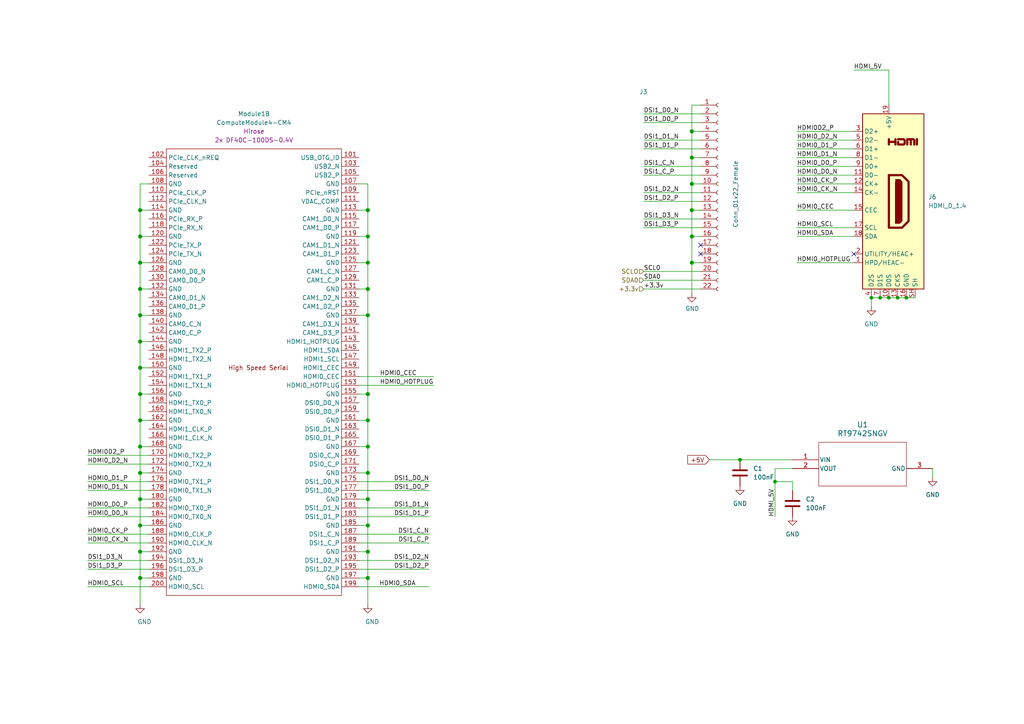
<source format=kicad_sch>
(kicad_sch (version 20230121) (generator eeschema)
  (paper "A4")
  (title_block (title "base") (date "2024-07-13") (rev "v01") (comment 2 "creativecommons.org/licenses/by-sa/4.0") (comment 3 "License: CC BY 4.0") (comment 4 "Author: Lucas Gomes "))
  (lib_symbols
    (symbol "CM4IO:ComputeModule4-CM4"
      (property "Reference" "Module" (at 113.03 -68.58 0))
      (property "Value" "ComputeModule4-CM4" (at 140.97 2.54 0))
      (property "Manufacturer" "Hirose" (at 0 0 0))
      (property "MPN" "2x DF40C-100DS-0.4V" (at 0 -2.54 0))
      (property "MPN (Alt)" "2x DF40HC(3.0)-100DS-0.4V" (at 0 0 0))
      (symbol "ComputeModule4-CM4_1_0"
        (text "GPIO" (at 0 6.35 0) (effects (font (size 1.27 1.27))))
      )
      (symbol "ComputeModule4-CM4_1_1"
        (rectangle (start -30.48 -71.12) (end 25.4 58.42))
        (text "600mA Max" (at -8.89 -53.34 0) (effects (font (size 1.27 1.27))))
        (text "600mA Max" (at -8.89 -48.26 0) (effects (font (size 1.27 1.27))))
        (text "NB SD signals are only available" (at -1.27 -27.94 0) (effects (font (size 1.27 1.27))))
        (text "on modules without eMMC" (at -1.27 -30.48 0) (effects (font (size 1.27 1.27))))
        (pin power_in line (at 27.94 55.88 180) (length 2.54) (name "GND") (number "1"))
        (pin passive line (at -33.02 45.72 0) (length 2.54) (name "Ethernet_Pair0_N") (number "10"))
        (pin output line (at -33.02 -68.58 0) (length 2.54) (name "nEXTRST") (number "100"))
        (pin passive line (at 27.94 43.18 180) (length 2.54) (name "Ethernet_Pair2_P") (number "11"))
        (pin passive line (at -33.02 43.18 0) (length 2.54) (name "Ethernet_Pair0_P") (number "12"))
        (pin power_in line (at 27.94 40.64 180) (length 2.54) (name "GND") (number "13"))
        (pin power_in line (at -33.02 40.64 0) (length 2.54) (name "GND") (number "14"))
        (pin output line (at 27.94 38.1 180) (length 2.54) (name "Ethernet_nLED3(3.3v)") (number "15"))
        (pin input line (at -33.02 38.1 0) (length 2.54) (name "Ethernet_SYNC_IN(1.8v)") (number "16"))
        (pin output line (at 27.94 35.56 180) (length 2.54) (name "Ethernet_nLED2(3.3v)") (number "17"))
        (pin input line (at -33.02 35.56 0) (length 2.54) (name "Ethernet_SYNC_OUT(1.8v)") (number "18"))
        (pin output line (at 27.94 33.02 180) (length 2.54) (name "Ethernet_nLED1(3.3v)") (number "19"))
        (pin power_in line (at -33.02 55.88 0) (length 2.54) (name "GND") (number "2"))
        (pin passive line (at -33.02 33.02 0) (length 2.54) (name "EEPROM_nWP") (number "20"))
        (pin open_collector line (at 27.94 30.48 180) (length 2.54) (name "PI_nLED_Activity") (number "21"))
        (pin power_in line (at -33.02 30.48 0) (length 2.54) (name "GND") (number "22"))
        (pin power_in line (at 27.94 27.94 180) (length 2.54) (name "GND") (number "23"))
        (pin passive line (at -33.02 27.94 0) (length 2.54) (name "GPIO26") (number "24"))
        (pin passive line (at 27.94 25.4 180) (length 2.54) (name "GPIO21") (number "25"))
        (pin passive line (at -33.02 25.4 0) (length 2.54) (name "GPIO19") (number "26"))
        (pin passive line (at 27.94 22.86 180) (length 2.54) (name "GPIO20") (number "27"))
        (pin passive line (at -33.02 22.86 0) (length 2.54) (name "GPIO13") (number "28"))
        (pin passive line (at 27.94 20.32 180) (length 2.54) (name "GPIO16") (number "29"))
        (pin passive line (at 27.94 53.34 180) (length 2.54) (name "Ethernet_Pair3_P") (number "3"))
        (pin passive line (at -33.02 20.32 0) (length 2.54) (name "GPIO6") (number "30"))
        (pin passive line (at 27.94 17.78 180) (length 2.54) (name "GPIO12") (number "31"))
        (pin power_in line (at -33.02 17.78 0) (length 2.54) (name "GND") (number "32"))
        (pin power_in line (at 27.94 15.24 180) (length 2.54) (name "GND") (number "33"))
        (pin passive line (at -33.02 15.24 0) (length 2.54) (name "GPIO5") (number "34"))
        (pin passive line (at 27.94 12.7 180) (length 2.54) (name "ID_SC") (number "35"))
        (pin passive line (at -33.02 12.7 0) (length 2.54) (name "ID_SD") (number "36"))
        (pin passive line (at 27.94 10.16 180) (length 2.54) (name "GPIO7") (number "37"))
        (pin passive line (at -33.02 10.16 0) (length 2.54) (name "GPIO11") (number "38"))
        (pin passive line (at 27.94 7.62 180) (length 2.54) (name "GPIO8") (number "39"))
        (pin passive line (at -33.02 53.34 0) (length 2.54) (name "Ethernet_Pair1_P") (number "4"))
        (pin passive line (at -33.02 7.62 0) (length 2.54) (name "GPIO9") (number "40"))
        (pin passive line (at 27.94 5.08 180) (length 2.54) (name "GPIO25") (number "41"))
        (pin power_in line (at -33.02 5.08 0) (length 2.54) (name "GND") (number "42"))
        (pin power_in line (at 27.94 2.54 180) (length 2.54) (name "GND") (number "43"))
        (pin passive line (at -33.02 2.54 0) (length 2.54) (name "GPIO10") (number "44"))
        (pin passive line (at 27.94 0 180) (length 2.54) (name "GPIO24") (number "45"))
        (pin passive line (at -33.02 0 0) (length 2.54) (name "GPIO22") (number "46"))
        (pin passive line (at 27.94 -2.54 180) (length 2.54) (name "GPIO23") (number "47"))
        (pin passive line (at -33.02 -2.54 0) (length 2.54) (name "GPIO27") (number "48"))
        (pin passive line (at 27.94 -5.08 180) (length 2.54) (name "GPIO18") (number "49"))
        (pin passive line (at 27.94 50.8 180) (length 2.54) (name "Ethernet_Pair3_N") (number "5"))
        (pin passive line (at -33.02 -5.08 0) (length 2.54) (name "GPIO17") (number "50"))
        (pin passive line (at 27.94 -7.62 180) (length 2.54) (name "GPIO15") (number "51"))
        (pin power_in line (at -33.02 -7.62 0) (length 2.54) (name "GND") (number "52"))
        (pin power_in line (at 27.94 -10.16 180) (length 2.54) (name "GND") (number "53"))
        (pin passive line (at -33.02 -10.16 0) (length 2.54) (name "GPIO4") (number "54"))
        (pin passive line (at 27.94 -12.7 180) (length 2.54) (name "GPIO14") (number "55"))
        (pin passive line (at -33.02 -12.7 0) (length 2.54) (name "GPIO3") (number "56"))
        (pin passive line (at 27.94 -15.24 180) (length 2.54) (name "SD_CLK") (number "57"))
        (pin passive line (at -33.02 -15.24 0) (length 2.54) (name "GPIO2") (number "58"))
        (pin power_in line (at 27.94 -17.78 180) (length 2.54) (name "GND") (number "59"))
        (pin passive line (at -33.02 50.8 0) (length 2.54) (name "Ethernet_Pair1_N") (number "6"))
        (pin power_in line (at -33.02 -17.78 0) (length 2.54) (name "GND") (number "60"))
        (pin passive line (at 27.94 -20.32 180) (length 2.54) (name "SD_DAT3") (number "61"))
        (pin passive line (at -33.02 -20.32 0) (length 2.54) (name "SD_CMD") (number "62"))
        (pin passive line (at 27.94 -22.86 180) (length 2.54) (name "SD_DAT0") (number "63"))
        (pin passive line (at -33.02 -22.86 0) (length 2.54) (name "SD_DAT5") (number "64"))
        (pin power_in line (at 27.94 -25.4 180) (length 2.54) (name "GND") (number "65"))
        (pin power_in line (at -33.02 -25.4 0) (length 2.54) (name "GND") (number "66"))
        (pin passive line (at 27.94 -27.94 180) (length 2.54) (name "SD_DAT1") (number "67"))
        (pin passive line (at -33.02 -27.94 0) (length 2.54) (name "SD_DAT4") (number "68"))
        (pin passive line (at 27.94 -30.48 180) (length 2.54) (name "SD_DAT2") (number "69"))
        (pin power_in line (at 27.94 48.26 180) (length 2.54) (name "GND") (number "7"))
        (pin passive line (at -33.02 -30.48 0) (length 2.54) (name "SD_DAT7") (number "70"))
        (pin power_in line (at 27.94 -33.02 180) (length 2.54) (name "GND") (number "71"))
        (pin passive line (at -33.02 -33.02 0) (length 2.54) (name "SD_DAT6") (number "72"))
        (pin input line (at 27.94 -35.56 180) (length 2.54) (name "SD_VDD_Override") (number "73"))
        (pin power_in line (at -33.02 -35.56 0) (length 2.54) (name "GND") (number "74"))
        (pin output line (at 27.94 -38.1 180) (length 2.54) (name "SD_PWR_ON") (number "75"))
        (pin passive line (at -33.02 -38.1 0) (length 2.54) (name "Reserved") (number "76"))
        (pin power_in line (at 27.94 -40.64 180) (length 2.54) (name "+5v_(Input)") (number "77"))
        (pin power_in line (at -33.02 -40.64 0) (length 2.54) (name "GPIO_VREF(1.8v/3.3v_Input)") (number "78"))
        (pin power_in line (at 27.94 -43.18 180) (length 2.54) (name "+5v_(Input)") (number "79"))
        (pin power_in line (at -33.02 48.26 0) (length 2.54) (name "GND") (number "8"))
        (pin passive line (at -33.02 -43.18 0) (length 2.54) (name "SCL0") (number "80"))
        (pin power_in line (at 27.94 -45.72 180) (length 2.54) (name "+5v_(Input)") (number "81"))
        (pin passive line (at -33.02 -45.72 0) (length 2.54) (name "SDA0") (number "82"))
        (pin power_in line (at 27.94 -48.26 180) (length 2.54) (name "+5v_(Input)") (number "83"))
        (pin power_out line (at -33.02 -48.26 0) (length 2.54) (name "+3.3v_(Output)") (number "84"))
        (pin power_in line (at 27.94 -50.8 180) (length 2.54) (name "+5v_(Input)") (number "85"))
        (pin power_out line (at -33.02 -50.8 0) (length 2.54) (name "+3.3v_(Output)") (number "86"))
        (pin power_in line (at 27.94 -53.34 180) (length 2.54) (name "+5v_(Input)") (number "87"))
        (pin power_out line (at -33.02 -53.34 0) (length 2.54) (name "+1.8v_(Output)") (number "88"))
        (pin power_in line (at 27.94 -55.88 180) (length 2.54) (name "WiFi_nDisable") (number "89"))
        (pin passive line (at 27.94 45.72 180) (length 2.54) (name "Ethernet_Pair2_N") (number "9"))
        (pin power_out line (at -33.02 -55.88 0) (length 2.54) (name "+1.8v_(Output)") (number "90"))
        (pin power_in line (at 27.94 -58.42 180) (length 2.54) (name "BT_nDisable") (number "91"))
        (pin passive line (at -33.02 -58.42 0) (length 2.54) (name "RUN_PG") (number "92"))
        (pin input line (at 27.94 -60.96 180) (length 2.54) (name "nRPIBOOT") (number "93"))
        (pin passive line (at -33.02 -60.96 0) (length 2.54) (name "AnalogIP0") (number "94"))
        (pin output line (at 27.94 -63.5 180) (length 2.54) (name "nPI_LED_PWR") (number "95"))
        (pin passive line (at -33.02 -63.5 0) (length 2.54) (name "AnalogIP1") (number "96"))
        (pin passive line (at 27.94 -66.04 180) (length 2.54) (name "Camera_GPIO") (number "97"))
        (pin power_in line (at -33.02 -66.04 0) (length 2.54) (name "GND") (number "98"))
        (pin input line (at 27.94 -68.58 180) (length 2.54) (name "Global_EN") (number "99"))
      )
      (symbol "ComputeModule4-CM4_2_1"
        (rectangle (start 114.3 -66.04) (end 165.1 63.5))
        (text "High Speed Serial" (at 140.97 0 0) (effects (font (size 1.27 1.27))))
        (pin input line (at 170.18 60.96 180) (length 5.08) (name "USB_OTG_ID") (number "101"))
        (pin input line (at 109.22 60.96 0) (length 5.08) (name "PCIe_CLK_nREQ") (number "102"))
        (pin passive line (at 170.18 58.42 180) (length 5.08) (name "USB2_N") (number "103"))
        (pin passive line (at 109.22 58.42 0) (length 5.08) (name "Reserved") (number "104"))
        (pin passive line (at 170.18 55.88 180) (length 5.08) (name "USB2_P") (number "105"))
        (pin passive line (at 109.22 55.88 0) (length 5.08) (name "Reserved") (number "106"))
        (pin power_in line (at 170.18 53.34 180) (length 5.08) (name "GND") (number "107"))
        (pin power_in line (at 109.22 53.34 0) (length 5.08) (name "GND") (number "108"))
        (pin bidirectional line (at 170.18 50.8 180) (length 5.08) (name "PCIe_nRST") (number "109"))
        (pin output line (at 109.22 50.8 0) (length 5.08) (name "PCIe_CLK_P") (number "110"))
        (pin passive line (at 170.18 48.26 180) (length 5.08) (name "VDAC_COMP") (number "111"))
        (pin output line (at 109.22 48.26 0) (length 5.08) (name "PCIe_CLK_N") (number "112"))
        (pin power_in line (at 170.18 45.72 180) (length 5.08) (name "GND") (number "113"))
        (pin power_in line (at 109.22 45.72 0) (length 5.08) (name "GND") (number "114"))
        (pin input line (at 170.18 43.18 180) (length 5.08) (name "CAM1_D0_N") (number "115"))
        (pin input line (at 109.22 43.18 0) (length 5.08) (name "PCIe_RX_P") (number "116"))
        (pin input line (at 170.18 40.64 180) (length 5.08) (name "CAM1_D0_P") (number "117"))
        (pin input line (at 109.22 40.64 0) (length 5.08) (name "PCIe_RX_N") (number "118"))
        (pin power_in line (at 170.18 38.1 180) (length 5.08) (name "GND") (number "119"))
        (pin power_in line (at 109.22 38.1 0) (length 5.08) (name "GND") (number "120"))
        (pin input line (at 170.18 35.56 180) (length 5.08) (name "CAM1_D1_N") (number "121"))
        (pin output line (at 109.22 35.56 0) (length 5.08) (name "PCIe_TX_P") (number "122"))
        (pin input line (at 170.18 33.02 180) (length 5.08) (name "CAM1_D1_P") (number "123"))
        (pin output line (at 109.22 33.02 0) (length 5.08) (name "PCIe_TX_N") (number "124"))
        (pin power_in line (at 170.18 30.48 180) (length 5.08) (name "GND") (number "125"))
        (pin power_in line (at 109.22 30.48 0) (length 5.08) (name "GND") (number "126"))
        (pin input line (at 170.18 27.94 180) (length 5.08) (name "CAM1_C_N") (number "127"))
        (pin input line (at 109.22 27.94 0) (length 5.08) (name "CAM0_D0_N") (number "128"))
        (pin input line (at 170.18 25.4 180) (length 5.08) (name "CAM1_C_P") (number "129"))
        (pin input line (at 109.22 25.4 0) (length 5.08) (name "CAM0_D0_P") (number "130"))
        (pin power_in line (at 170.18 22.86 180) (length 5.08) (name "GND") (number "131"))
        (pin power_in line (at 109.22 22.86 0) (length 5.08) (name "GND") (number "132"))
        (pin input line (at 170.18 20.32 180) (length 5.08) (name "CAM1_D2_N") (number "133"))
        (pin input line (at 109.22 20.32 0) (length 5.08) (name "CAM0_D1_N") (number "134"))
        (pin input line (at 170.18 17.78 180) (length 5.08) (name "CAM1_D2_P") (number "135"))
        (pin input line (at 109.22 17.78 0) (length 5.08) (name "CAM0_D1_P") (number "136"))
        (pin power_in line (at 170.18 15.24 180) (length 5.08) (name "GND") (number "137"))
        (pin power_in line (at 109.22 15.24 0) (length 5.08) (name "GND") (number "138"))
        (pin input line (at 170.18 12.7 180) (length 5.08) (name "CAM1_D3_N") (number "139"))
        (pin input line (at 109.22 12.7 0) (length 5.08) (name "CAM0_C_N") (number "140"))
        (pin input line (at 170.18 10.16 180) (length 5.08) (name "CAM1_D3_P") (number "141"))
        (pin input line (at 109.22 10.16 0) (length 5.08) (name "CAM0_C_P") (number "142"))
        (pin input line (at 170.18 7.62 180) (length 5.08) (name "HDMI1_HOTPLUG") (number "143"))
        (pin power_in line (at 109.22 7.62 0) (length 5.08) (name "GND") (number "144"))
        (pin bidirectional line (at 170.18 5.08 180) (length 5.08) (name "HDMI1_SDA") (number "145"))
        (pin output line (at 109.22 5.08 0) (length 5.08) (name "HDMI1_TX2_P") (number "146"))
        (pin open_collector line (at 170.18 2.54 180) (length 5.08) (name "HDMI1_SCL") (number "147"))
        (pin output line (at 109.22 2.54 0) (length 5.08) (name "HDMI1_TX2_N") (number "148"))
        (pin open_collector line (at 170.18 0 180) (length 5.08) (name "HDMI1_CEC") (number "149"))
        (pin power_in line (at 109.22 0 0) (length 5.08) (name "GND") (number "150"))
        (pin open_collector line (at 170.18 -2.54 180) (length 5.08) (name "HDMI0_CEC") (number "151"))
        (pin output line (at 109.22 -2.54 0) (length 5.08) (name "HDMI1_TX1_P") (number "152"))
        (pin input line (at 170.18 -5.08 180) (length 5.08) (name "HDMI0_HOTPLUG") (number "153"))
        (pin output line (at 109.22 -5.08 0) (length 5.08) (name "HDMI1_TX1_N") (number "154"))
        (pin power_in line (at 170.18 -7.62 180) (length 5.08) (name "GND") (number "155"))
        (pin power_in line (at 109.22 -7.62 0) (length 5.08) (name "GND") (number "156"))
        (pin output line (at 170.18 -10.16 180) (length 5.08) (name "DSI0_D0_N") (number "157"))
        (pin output line (at 109.22 -10.16 0) (length 5.08) (name "HDMI1_TX0_P") (number "158"))
        (pin output line (at 170.18 -12.7 180) (length 5.08) (name "DSI0_D0_P") (number "159"))
        (pin output line (at 109.22 -12.7 0) (length 5.08) (name "HDMI1_TX0_N") (number "160"))
        (pin power_in line (at 170.18 -15.24 180) (length 5.08) (name "GND") (number "161"))
        (pin power_in line (at 109.22 -15.24 0) (length 5.08) (name "GND") (number "162"))
        (pin output line (at 170.18 -17.78 180) (length 5.08) (name "DSI0_D1_N") (number "163"))
        (pin output line (at 109.22 -17.78 0) (length 5.08) (name "HDMI1_CLK_P") (number "164"))
        (pin output line (at 170.18 -20.32 180) (length 5.08) (name "DSI0_D1_P") (number "165"))
        (pin output line (at 109.22 -20.32 0) (length 5.08) (name "HDMI1_CLK_N") (number "166"))
        (pin power_in line (at 170.18 -22.86 180) (length 5.08) (name "GND") (number "167"))
        (pin power_in line (at 109.22 -22.86 0) (length 5.08) (name "GND") (number "168"))
        (pin output line (at 170.18 -25.4 180) (length 5.08) (name "DSI0_C_N") (number "169"))
        (pin output line (at 109.22 -25.4 0) (length 5.08) (name "HDMI0_TX2_P") (number "170"))
        (pin output line (at 170.18 -27.94 180) (length 5.08) (name "DSI0_C_P") (number "171"))
        (pin output line (at 109.22 -27.94 0) (length 5.08) (name "HDMI0_TX2_N") (number "172"))
        (pin power_in line (at 170.18 -30.48 180) (length 5.08) (name "GND") (number "173"))
        (pin power_in line (at 109.22 -30.48 0) (length 5.08) (name "GND") (number "174"))
        (pin output line (at 170.18 -33.02 180) (length 5.08) (name "DSI1_D0_N") (number "175"))
        (pin output line (at 109.22 -33.02 0) (length 5.08) (name "HDMI0_TX1_P") (number "176"))
        (pin output line (at 170.18 -35.56 180) (length 5.08) (name "DSI1_D0_P") (number "177"))
        (pin output line (at 109.22 -35.56 0) (length 5.08) (name "HDMI0_TX1_N") (number "178"))
        (pin power_in line (at 170.18 -38.1 180) (length 5.08) (name "GND") (number "179"))
        (pin power_in line (at 109.22 -38.1 0) (length 5.08) (name "GND") (number "180"))
        (pin output line (at 170.18 -40.64 180) (length 5.08) (name "DSI1_D1_N") (number "181"))
        (pin output line (at 109.22 -40.64 0) (length 5.08) (name "HDMI0_TX0_P") (number "182"))
        (pin output line (at 170.18 -43.18 180) (length 5.08) (name "DSI1_D1_P") (number "183"))
        (pin output line (at 109.22 -43.18 0) (length 5.08) (name "HDMI0_TX0_N") (number "184"))
        (pin power_in line (at 170.18 -45.72 180) (length 5.08) (name "GND") (number "185"))
        (pin power_in line (at 109.22 -45.72 0) (length 5.08) (name "GND") (number "186"))
        (pin output line (at 170.18 -48.26 180) (length 5.08) (name "DSI1_C_N") (number "187"))
        (pin output line (at 109.22 -48.26 0) (length 5.08) (name "HDMI0_CLK_P") (number "188"))
        (pin output line (at 170.18 -50.8 180) (length 5.08) (name "DSI1_C_P") (number "189"))
        (pin output line (at 109.22 -50.8 0) (length 5.08) (name "HDMI0_CLK_N") (number "190"))
        (pin power_in line (at 170.18 -53.34 180) (length 5.08) (name "GND") (number "191"))
        (pin power_in line (at 109.22 -53.34 0) (length 5.08) (name "GND") (number "192"))
        (pin output line (at 170.18 -55.88 180) (length 5.08) (name "DSI1_D2_N") (number "193"))
        (pin output line (at 109.22 -55.88 0) (length 5.08) (name "DSI1_D3_N") (number "194"))
        (pin output line (at 170.18 -58.42 180) (length 5.08) (name "DSI1_D2_P") (number "195"))
        (pin output line (at 109.22 -58.42 0) (length 5.08) (name "DSI1_D3_P") (number "196"))
        (pin power_in line (at 170.18 -60.96 180) (length 5.08) (name "GND") (number "197"))
        (pin power_in line (at 109.22 -60.96 0) (length 5.08) (name "GND") (number "198"))
        (pin bidirectional line (at 170.18 -63.5 180) (length 5.08) (name "HDMI0_SDA") (number "199"))
        (pin open_collector line (at 109.22 -63.5 0) (length 5.08) (name "HDMI0_SCL") (number "200"))
      )
    )
    (symbol "Connector:Conn_01x22_Female" (pin_names hide)
      (property "Reference" "J" (at 0 27.94 0))
      (property "Value" "Conn_01x22_Female" (at 0 -30.48 0))
      (symbol "Conn_01x22_Female_1_1"
        (arc (start 0 -27.432) (mid -0.5058 -27.94) (end 0 -28.448))
        (arc (start 0 -24.892) (mid -0.5058 -25.4) (end 0 -25.908))
        (arc (start 0 -22.352) (mid -0.5058 -22.86) (end 0 -23.368))
        (arc (start 0 -19.812) (mid -0.5058 -20.32) (end 0 -20.828))
        (arc (start 0 -17.272) (mid -0.5058 -17.78) (end 0 -18.288))
        (arc (start 0 -14.732) (mid -0.5058 -15.24) (end 0 -15.748))
        (arc (start 0 -12.192) (mid -0.5058 -12.7) (end 0 -13.208))
        (arc (start 0 -9.652) (mid -0.5058 -10.16) (end 0 -10.668))
        (arc (start 0 -7.112) (mid -0.5058 -7.62) (end 0 -8.128))
        (arc (start 0 -4.572) (mid -0.5058 -5.08) (end 0 -5.588))
        (arc (start 0 -2.032) (mid -0.5058 -2.54) (end 0 -3.048))
        (polyline (pts (xy -1.27 -27.94) (xy -0.508 -27.94)))
        (polyline (pts (xy -1.27 -25.4) (xy -0.508 -25.4)))
        (polyline (pts (xy -1.27 -22.86) (xy -0.508 -22.86)))
        (polyline (pts (xy -1.27 -20.32) (xy -0.508 -20.32)))
        (polyline (pts (xy -1.27 -17.78) (xy -0.508 -17.78)))
        (polyline (pts (xy -1.27 -15.24) (xy -0.508 -15.24)))
        (polyline (pts (xy -1.27 -12.7) (xy -0.508 -12.7)))
        (polyline (pts (xy -1.27 -10.16) (xy -0.508 -10.16)))
        (polyline (pts (xy -1.27 -7.62) (xy -0.508 -7.62)))
        (polyline (pts (xy -1.27 -5.08) (xy -0.508 -5.08)))
        (polyline (pts (xy -1.27 -2.54) (xy -0.508 -2.54)))
        (polyline (pts (xy -1.27 0) (xy -0.508 0)))
        (polyline (pts (xy -1.27 2.54) (xy -0.508 2.54)))
        (polyline (pts (xy -1.27 5.08) (xy -0.508 5.08)))
        (polyline (pts (xy -1.27 7.62) (xy -0.508 7.62)))
        (polyline (pts (xy -1.27 10.16) (xy -0.508 10.16)))
        (polyline (pts (xy -1.27 12.7) (xy -0.508 12.7)))
        (polyline (pts (xy -1.27 15.24) (xy -0.508 15.24)))
        (polyline (pts (xy -1.27 17.78) (xy -0.508 17.78)))
        (polyline (pts (xy -1.27 20.32) (xy -0.508 20.32)))
        (polyline (pts (xy -1.27 22.86) (xy -0.508 22.86)))
        (polyline (pts (xy -1.27 25.4) (xy -0.508 25.4)))
        (arc (start 0 0.508) (mid -0.5058 0) (end 0 -0.508))
        (arc (start 0 3.048) (mid -0.5058 2.54) (end 0 2.032))
        (arc (start 0 5.588) (mid -0.5058 5.08) (end 0 4.572))
        (arc (start 0 8.128) (mid -0.5058 7.62) (end 0 7.112))
        (arc (start 0 10.668) (mid -0.5058 10.16) (end 0 9.652))
        (arc (start 0 13.208) (mid -0.5058 12.7) (end 0 12.192))
        (arc (start 0 15.748) (mid -0.5058 15.24) (end 0 14.732))
        (arc (start 0 18.288) (mid -0.5058 17.78) (end 0 17.272))
        (arc (start 0 20.828) (mid -0.5058 20.32) (end 0 19.812))
        (arc (start 0 23.368) (mid -0.5058 22.86) (end 0 22.352))
        (arc (start 0 25.908) (mid -0.5058 25.4) (end 0 24.892))
        (pin passive line (at -5.08 25.4 0) (length 3.81) (name "Pin_1") (number "1"))
        (pin passive line (at -5.08 2.54 0) (length 3.81) (name "Pin_10") (number "10"))
        (pin passive line (at -5.08 0 0) (length 3.81) (name "Pin_11") (number "11"))
        (pin passive line (at -5.08 -2.54 0) (length 3.81) (name "Pin_12") (number "12"))
        (pin passive line (at -5.08 -5.08 0) (length 3.81) (name "Pin_13") (number "13"))
        (pin passive line (at -5.08 -7.62 0) (length 3.81) (name "Pin_14") (number "14"))
        (pin passive line (at -5.08 -10.16 0) (length 3.81) (name "Pin_15") (number "15"))
        (pin passive line (at -5.08 -12.7 0) (length 3.81) (name "Pin_16") (number "16"))
        (pin passive line (at -5.08 -15.24 0) (length 3.81) (name "Pin_17") (number "17"))
        (pin passive line (at -5.08 -17.78 0) (length 3.81) (name "Pin_18") (number "18"))
        (pin passive line (at -5.08 -20.32 0) (length 3.81) (name "Pin_19") (number "19"))
        (pin passive line (at -5.08 22.86 0) (length 3.81) (name "Pin_2") (number "2"))
        (pin passive line (at -5.08 -22.86 0) (length 3.81) (name "Pin_20") (number "20"))
        (pin passive line (at -5.08 -25.4 0) (length 3.81) (name "Pin_21") (number "21"))
        (pin passive line (at -5.08 -27.94 0) (length 3.81) (name "Pin_22") (number "22"))
        (pin passive line (at -5.08 20.32 0) (length 3.81) (name "Pin_3") (number "3"))
        (pin passive line (at -5.08 17.78 0) (length 3.81) (name "Pin_4") (number "4"))
        (pin passive line (at -5.08 15.24 0) (length 3.81) (name "Pin_5") (number "5"))
        (pin passive line (at -5.08 12.7 0) (length 3.81) (name "Pin_6") (number "6"))
        (pin passive line (at -5.08 10.16 0) (length 3.81) (name "Pin_7") (number "7"))
        (pin passive line (at -5.08 7.62 0) (length 3.81) (name "Pin_8") (number "8"))
        (pin passive line (at -5.08 5.08 0) (length 3.81) (name "Pin_9") (number "9"))
      )
    )
    (symbol "Connector:HDMI_D_1.4"
      (property "Reference" "J" (at -6.35 26.67 0))
      (property "Value" "HDMI_D_1.4" (at 10.16 26.67 0))
      (symbol "HDMI_D_1.4_0_0"
        (polyline (pts (xy 8.128 16.51) (xy 8.128 18.034)) (stroke (width 0.635)))
        (polyline (pts (xy 0 16.51) (xy 0 18.034) (xy 0 17.272) (xy 1.905 17.272) (xy 1.905 18.034) (xy 1.905 16.51)) (stroke (width 0.635)))
        (polyline (pts (xy 2.667 18.034) (xy 4.318 18.034) (xy 4.572 17.78) (xy 4.572 16.764) (xy 4.318 16.51) (xy 2.667 16.51) (xy 2.667 17.272)) (stroke (width 0.635)))
      )
      (symbol "HDMI_D_1.4_0_1"
        (rectangle (start -7.62 25.4) (end 10.16 -25.4) (stroke (width 0.254)) (fill (type background)))
        (polyline (pts (xy 0 7.62) (xy 3.81 7.62) (xy 5.715 5.715) (xy 5.715 -5.715) (xy 3.81 -7.62) (xy 0 -7.62) (xy 0 7.62)) (stroke (width 0.635)))
        (polyline (pts (xy 1.905 6.35) (xy 3.175 6.35) (xy 3.81 5.715) (xy 3.81 -5.715) (xy 3.175 -6.35) (xy 1.905 -6.35) (xy 1.905 5.715)) (stroke (width 0.254)) (fill (type outline)))
        (polyline (pts (xy 5.334 16.51) (xy 5.334 18.034) (xy 6.35 18.034) (xy 6.35 16.51) (xy 6.35 18.034) (xy 7.112 18.034) (xy 7.366 17.78) (xy 7.366 16.51)) (stroke (width 0.635)))
      )
      (symbol "HDMI_D_1.4_1_1"
        (pin passive line (at -10.16 -17.78 0) (length 2.54) (name "HPD/HEAC-") (number "1"))
        (pin power_in line (at 0 -27.94 90) (length 2.54) (name "D0S") (number "10"))
        (pin passive line (at -10.16 7.62 0) (length 2.54) (name "D0-") (number "11"))
        (pin passive line (at -10.16 5.08 0) (length 2.54) (name "CK+") (number "12"))
        (pin power_in line (at 2.54 -27.94 90) (length 2.54) (name "CKS") (number "13"))
        (pin passive line (at -10.16 2.54 0) (length 2.54) (name "CK-") (number "14"))
        (pin bidirectional line (at -10.16 -2.54 0) (length 2.54) (name "CEC") (number "15"))
        (pin power_in line (at 5.08 -27.94 90) (length 2.54) (name "GND") (number "16"))
        (pin passive line (at -10.16 -7.62 0) (length 2.54) (name "SCL") (number "17"))
        (pin bidirectional line (at -10.16 -10.16 0) (length 2.54) (name "SDA") (number "18"))
        (pin power_in line (at 0 27.94 270) (length 2.54) (name "+5V") (number "19"))
        (pin passive line (at -10.16 -15.24 0) (length 2.54) (name "UTILITY/HEAC+") (number "2"))
        (pin passive line (at -10.16 20.32 0) (length 2.54) (name "D2+") (number "3"))
        (pin power_in line (at -5.08 -27.94 90) (length 2.54) (name "D2S") (number "4"))
        (pin passive line (at -10.16 17.78 0) (length 2.54) (name "D2-") (number "5"))
        (pin passive line (at -10.16 15.24 0) (length 2.54) (name "D1+") (number "6"))
        (pin power_in line (at -2.54 -27.94 90) (length 2.54) (name "D1S") (number "7"))
        (pin passive line (at -10.16 12.7 0) (length 2.54) (name "D1-") (number "8"))
        (pin passive line (at -10.16 10.16 0) (length 2.54) (name "D0+") (number "9"))
        (pin passive line (at 7.62 -27.94 90) (length 2.54) (name "SH") (number "SH"))
      )
    )
    (symbol "Device:C" (pin_numbers hide) (pin_names (offset 0.254))
      (property "Reference" "C" (at 0.635 2.54 0))
      (property "Value" "C" (at 0.635 -2.54 0))
      (symbol "C_0_1"
        (polyline (pts (xy -2.032 -0.762) (xy 2.032 -0.762)) (stroke (width 0.508)))
        (polyline (pts (xy -2.032 0.762) (xy 2.032 0.762)) (stroke (width 0.508)))
      )
      (symbol "C_1_1"
        (pin passive line (at 0 3.81 270) (length 2.794) (name "~") (number "1"))
        (pin passive line (at 0 -3.81 90) (length 2.794) (name "~") (number "2"))
      )
    )
    (symbol "GND_1" (power) (pin_names (offset 0))
      (property "Value" "GND_1" (at 0 -3.81 0))
      (symbol "GND_1_0_1"
        (polyline (pts (xy 0 0) (xy 0 -1.27) (xy 1.27 -1.27) (xy 0 -2.54) (xy -1.27 -1.27) (xy 0 -1.27)))
      )
      (symbol "GND_1_1_1"
        (pin power_in line (at 0 0 270) (length 0) hide (name "GND") (number "1"))
      )
    )
    (symbol "GND_2" (power) (pin_names (offset 0))
      (property "Value" "GND_2" (at 0 -3.81 0))
      (symbol "GND_2_0_1"
        (polyline (pts (xy 0 0) (xy 0 -1.27) (xy 1.27 -1.27) (xy 0 -2.54) (xy -1.27 -1.27) (xy 0 -1.27)))
      )
      (symbol "GND_2_1_1"
        (pin power_in line (at 0 0 270) (length 0) hide (name "GND") (number "1"))
      )
    )
    (symbol "GND_3" (power) (pin_names (offset 0))
      (property "Value" "GND_3" (at 0 -3.81 0))
      (symbol "GND_3_0_1"
        (polyline (pts (xy 0 0) (xy 0 -1.27) (xy 1.27 -1.27) (xy 0 -2.54) (xy -1.27 -1.27) (xy 0 -1.27)))
      )
      (symbol "GND_3_1_1"
        (pin power_in line (at 0 0 270) (length 0) hide (name "GND") (number "1"))
      )
    )
    (symbol "RT9742SNGV:RT9742SNGV" (pin_names (offset 0.254))
      (property "Reference" "U" (at 20.32 10.16 0))
      (property "Value" "RT9742SNGV" (at 20.32 7.62 0))
      (symbol "RT9742SNGV_0_1"
        (polyline (pts (xy 7.62 -7.62) (xy 33.02 -7.62)) (stroke (width 0.127)))
        (polyline (pts (xy 7.62 5.08) (xy 7.62 -7.62)) (stroke (width 0.127)))
        (polyline (pts (xy 33.02 -7.62) (xy 33.02 5.08)) (stroke (width 0.127)))
        (polyline (pts (xy 33.02 5.08) (xy 7.62 5.08)) (stroke (width 0.127)))
        (pin unspecified line (at 0 0 0) (length 7.62) (name "VIN") (number "1"))
        (pin output line (at 0 -2.54 0) (length 7.62) (name "VOUT") (number "2"))
        (pin power_out line (at 40.64 -2.54 180) (length 7.62) (name "GND") (number "3"))
      )
    )
    (symbol "power:GND" (power) (pin_names (offset 0))
      (property "Value" "GND" (at 0 -3.81 0))
      (symbol "GND_0_1"
        (polyline (pts (xy 0 0) (xy 0 -1.27) (xy 1.27 -1.27) (xy 0 -2.54) (xy -1.27 -1.27) (xy 0 -1.27)))
      )
      (symbol "GND_1_1"
        (pin power_in line (at 0 0 270) (length 0) hide (name "GND") (number "1"))
      )
    )
  )
  (junction (at 106.68 60.96) (diameter 1.016))
  (junction (at 106.68 160.02) (diameter 1.016))
  (junction (at 257.81 86.36))
  (junction (at 40.64 152.4) (diameter 1.016))
  (junction (at 106.68 144.78) (diameter 1.016))
  (junction (at 200.66 68.58) (diameter 1.016))
  (junction (at 106.68 121.92) (diameter 1.016))
  (junction (at 260.35 86.36))
  (junction (at 200.66 53.34) (diameter 1.016))
  (junction (at 40.64 144.78) (diameter 1.016))
  (junction (at 262.89 86.36))
  (junction (at 200.66 76.2) (diameter 1.016))
  (junction (at 224.79 139.7))
  (junction (at 40.64 167.64) (diameter 1.016))
  (junction (at 106.68 83.82) (diameter 1.016))
  (junction (at 40.64 76.2) (diameter 1.016))
  (junction (at 106.68 114.3) (diameter 1.016))
  (junction (at 106.68 129.54) (diameter 1.016))
  (junction (at 200.66 38.1) (diameter 1.016))
  (junction (at 40.64 137.16) (diameter 1.016))
  (junction (at 40.64 91.44) (diameter 1.016))
  (junction (at 40.64 68.58) (diameter 1.016))
  (junction (at 106.68 76.2) (diameter 1.016))
  (junction (at 106.68 68.58) (diameter 1.016))
  (junction (at 255.27 86.36))
  (junction (at 106.68 91.44) (diameter 1.016))
  (junction (at 40.64 83.82) (diameter 1.016))
  (junction (at 106.68 137.16) (diameter 1.016))
  (junction (at 252.73 86.36))
  (junction (at 106.68 152.4) (diameter 1.016))
  (junction (at 40.64 160.02) (diameter 1.016))
  (junction (at 40.64 106.68) (diameter 1.016))
  (junction (at 106.68 167.64) (diameter 1.016))
  (junction (at 200.66 60.96) (diameter 1.016))
  (junction (at 214.63 133.35))
  (junction (at 40.64 60.96) (diameter 1.016))
  (junction (at 40.64 121.92) (diameter 1.016))
  (junction (at 40.64 99.06) (diameter 1.016))
  (junction (at 200.66 45.72) (diameter 1.016))
  (junction (at 40.64 129.54) (diameter 1.016))
  (junction (at 40.64 114.3) (diameter 1.016))
  (no_connect (at 203.2 73.66))
  (no_connect (at 203.2 71.12))
  (no_connect (at 247.65 73.66))
  (wire (pts (xy 104.14 121.92) (xy 106.68 121.92)))
  (wire (pts (xy 40.64 76.2) (xy 40.64 83.82)))
  (wire (pts (xy 25.4 142.24) (xy 43.18 142.24)))
  (wire (pts (xy 186.69 33.02) (xy 203.2 33.02)))
  (wire (pts (xy 231.14 76.2) (xy 247.65 76.2)))
  (wire (pts (xy 186.69 58.42) (xy 203.2 58.42)))
  (wire (pts (xy 200.66 68.58) (xy 200.66 76.2)))
  (wire (pts (xy 224.79 139.7) (xy 224.79 135.89)))
  (wire (pts (xy 203.2 81.28) (xy 186.69 81.28)))
  (wire (pts (xy 40.64 121.92) (xy 40.64 129.54)))
  (wire (pts (xy 224.79 149.86) (xy 224.79 139.7)))
  (wire (pts (xy 231.14 50.8) (xy 247.65 50.8)))
  (wire (pts (xy 203.2 78.74) (xy 186.69 78.74)))
  (wire (pts (xy 104.14 111.76) (xy 125.73 111.76)))
  (wire (pts (xy 106.68 83.82) (xy 106.68 91.44)))
  (wire (pts (xy 40.64 106.68) (xy 40.64 114.3)))
  (wire (pts (xy 186.69 40.64) (xy 203.2 40.64)))
  (wire (pts (xy 231.14 53.34) (xy 247.65 53.34)))
  (wire (pts (xy 104.14 167.64) (xy 106.68 167.64)))
  (wire (pts (xy 104.14 152.4) (xy 106.68 152.4)))
  (wire (pts (xy 104.14 129.54) (xy 106.68 129.54)))
  (wire (pts (xy 186.69 43.18) (xy 203.2 43.18)))
  (wire (pts (xy 231.14 60.96) (xy 247.65 60.96)))
  (wire (pts (xy 25.4 165.1) (xy 43.18 165.1)))
  (wire (pts (xy 186.69 66.04) (xy 203.2 66.04)))
  (wire (pts (xy 200.66 38.1) (xy 203.2 38.1)))
  (wire (pts (xy 231.14 55.88) (xy 247.65 55.88)))
  (wire (pts (xy 104.14 160.02) (xy 106.68 160.02)))
  (wire (pts (xy 200.66 53.34) (xy 200.66 60.96)))
  (wire (pts (xy 186.69 50.8) (xy 203.2 50.8)))
  (wire (pts (xy 106.68 167.64) (xy 106.68 175.26)))
  (wire (pts (xy 106.68 152.4) (xy 106.68 160.02)))
  (wire (pts (xy 231.14 43.18) (xy 247.65 43.18)))
  (wire (pts (xy 257.81 86.36) (xy 260.35 86.36)))
  (wire (pts (xy 106.68 144.78) (xy 106.68 152.4)))
  (wire (pts (xy 104.14 147.32) (xy 124.46 147.32)))
  (wire (pts (xy 231.14 68.58) (xy 247.65 68.58)))
  (wire (pts (xy 25.4 157.48) (xy 43.18 157.48)))
  (wire (pts (xy 106.68 68.58) (xy 106.68 76.2)))
  (wire (pts (xy 200.66 76.2) (xy 200.66 85.09)))
  (wire (pts (xy 104.14 165.1) (xy 124.46 165.1)))
  (wire (pts (xy 104.14 114.3) (xy 106.68 114.3)))
  (wire (pts (xy 231.14 66.04) (xy 247.65 66.04)))
  (wire (pts (xy 40.64 167.64) (xy 43.18 167.64)))
  (wire (pts (xy 106.68 121.92) (xy 106.68 129.54)))
  (wire (pts (xy 40.64 152.4) (xy 43.18 152.4)))
  (wire (pts (xy 25.4 132.08) (xy 43.18 132.08)))
  (wire (pts (xy 255.27 86.36) (xy 257.81 86.36)))
  (wire (pts (xy 104.14 144.78) (xy 106.68 144.78)))
  (wire (pts (xy 40.64 83.82) (xy 43.18 83.82)))
  (wire (pts (xy 270.51 135.89) (xy 270.51 138.43)))
  (wire (pts (xy 40.64 114.3) (xy 40.64 121.92)))
  (wire (pts (xy 200.66 68.58) (xy 203.2 68.58)))
  (wire (pts (xy 25.4 139.7) (xy 43.18 139.7)))
  (wire (pts (xy 205.74 133.35) (xy 214.63 133.35)))
  (wire (pts (xy 25.4 170.18) (xy 43.18 170.18)))
  (wire (pts (xy 25.4 134.62) (xy 43.18 134.62)))
  (wire (pts (xy 104.14 154.94) (xy 124.46 154.94)))
  (wire (pts (xy 40.64 68.58) (xy 40.64 76.2)))
  (wire (pts (xy 186.69 63.5) (xy 203.2 63.5)))
  (wire (pts (xy 224.79 135.89) (xy 229.87 135.89)))
  (wire (pts (xy 229.87 142.24) (xy 229.87 139.7)))
  (wire (pts (xy 40.64 152.4) (xy 40.64 160.02)))
  (wire (pts (xy 40.64 167.64) (xy 40.64 175.26)))
  (wire (pts (xy 40.64 91.44) (xy 43.18 91.44)))
  (wire (pts (xy 104.14 170.18) (xy 124.46 170.18)))
  (wire (pts (xy 40.64 114.3) (xy 43.18 114.3)))
  (wire (pts (xy 200.66 45.72) (xy 203.2 45.72)))
  (wire (pts (xy 104.14 139.7) (xy 124.46 139.7)))
  (wire (pts (xy 106.68 91.44) (xy 106.68 114.3)))
  (wire (pts (xy 229.87 139.7) (xy 224.79 139.7)))
  (wire (pts (xy 200.66 76.2) (xy 203.2 76.2)))
  (wire (pts (xy 40.64 91.44) (xy 40.64 99.06)))
  (wire (pts (xy 106.68 76.2) (xy 106.68 83.82)))
  (wire (pts (xy 186.69 55.88) (xy 203.2 55.88)))
  (wire (pts (xy 40.64 160.02) (xy 43.18 160.02)))
  (wire (pts (xy 106.68 53.34) (xy 106.68 60.96)))
  (wire (pts (xy 106.68 137.16) (xy 106.68 144.78)))
  (wire (pts (xy 200.66 38.1) (xy 200.66 45.72)))
  (wire (pts (xy 203.2 83.82) (xy 186.69 83.82)))
  (wire (pts (xy 40.64 144.78) (xy 40.64 152.4)))
  (wire (pts (xy 252.73 86.36) (xy 255.27 86.36)))
  (wire (pts (xy 231.14 48.26) (xy 247.65 48.26)))
  (wire (pts (xy 203.2 30.48) (xy 200.66 30.48)))
  (wire (pts (xy 40.64 144.78) (xy 43.18 144.78)))
  (wire (pts (xy 40.64 53.34) (xy 43.18 53.34)))
  (wire (pts (xy 104.14 157.48) (xy 124.46 157.48)))
  (wire (pts (xy 214.63 133.35) (xy 229.87 133.35)))
  (wire (pts (xy 104.14 137.16) (xy 106.68 137.16)))
  (wire (pts (xy 25.4 162.56) (xy 43.18 162.56)))
  (wire (pts (xy 252.73 86.36) (xy 252.73 88.9)))
  (wire (pts (xy 104.14 142.24) (xy 124.46 142.24)))
  (wire (pts (xy 200.66 60.96) (xy 203.2 60.96)))
  (wire (pts (xy 106.68 60.96) (xy 106.68 68.58)))
  (wire (pts (xy 25.4 149.86) (xy 43.18 149.86)))
  (wire (pts (xy 231.14 45.72) (xy 247.65 45.72)))
  (wire (pts (xy 257.81 20.32) (xy 247.65 20.32)))
  (wire (pts (xy 40.64 83.82) (xy 40.64 91.44)))
  (wire (pts (xy 104.14 83.82) (xy 106.68 83.82)))
  (wire (pts (xy 104.14 109.22) (xy 125.73 109.22)))
  (wire (pts (xy 40.64 68.58) (xy 43.18 68.58)))
  (wire (pts (xy 231.14 40.64) (xy 247.65 40.64)))
  (wire (pts (xy 40.64 121.92) (xy 43.18 121.92)))
  (wire (pts (xy 40.64 106.68) (xy 43.18 106.68)))
  (wire (pts (xy 186.69 35.56) (xy 203.2 35.56)))
  (wire (pts (xy 106.68 114.3) (xy 106.68 121.92)))
  (wire (pts (xy 200.66 53.34) (xy 203.2 53.34)))
  (wire (pts (xy 186.69 48.26) (xy 203.2 48.26)))
  (wire (pts (xy 40.64 76.2) (xy 43.18 76.2)))
  (wire (pts (xy 40.64 137.16) (xy 43.18 137.16)))
  (wire (pts (xy 257.81 30.48) (xy 257.81 20.32)))
  (wire (pts (xy 106.68 160.02) (xy 106.68 167.64)))
  (wire (pts (xy 104.14 91.44) (xy 106.68 91.44)))
  (wire (pts (xy 106.68 129.54) (xy 106.68 137.16)))
  (wire (pts (xy 25.4 154.94) (xy 43.18 154.94)))
  (wire (pts (xy 40.64 60.96) (xy 43.18 60.96)))
  (wire (pts (xy 40.64 129.54) (xy 43.18 129.54)))
  (wire (pts (xy 40.64 129.54) (xy 40.64 137.16)))
  (wire (pts (xy 40.64 99.06) (xy 43.18 99.06)))
  (wire (pts (xy 260.35 86.36) (xy 262.89 86.36)))
  (wire (pts (xy 231.14 38.1) (xy 247.65 38.1)))
  (wire (pts (xy 25.4 147.32) (xy 43.18 147.32)))
  (wire (pts (xy 40.64 160.02) (xy 40.64 167.64)))
  (wire (pts (xy 104.14 149.86) (xy 124.46 149.86)))
  (wire (pts (xy 104.14 162.56) (xy 124.46 162.56)))
  (wire (pts (xy 104.14 76.2) (xy 106.68 76.2)))
  (wire (pts (xy 40.64 137.16) (xy 40.64 144.78)))
  (wire (pts (xy 200.66 60.96) (xy 200.66 68.58)))
  (wire (pts (xy 200.66 30.48) (xy 200.66 38.1)))
  (wire (pts (xy 262.89 86.36) (xy 265.43 86.36)))
  (wire (pts (xy 200.66 45.72) (xy 200.66 53.34)))
  (wire (pts (xy 104.14 60.96) (xy 106.68 60.96)))
  (wire (pts (xy 40.64 99.06) (xy 40.64 106.68)))
  (wire (pts (xy 104.14 53.34) (xy 106.68 53.34)))
  (wire (pts (xy 40.64 53.34) (xy 40.64 60.96)))
  (wire (pts (xy 104.14 68.58) (xy 106.68 68.58)))
  (wire (pts (xy 40.64 60.96) (xy 40.64 68.58)))
  (label "HDMI0_CEC" (at 231.14 60.96 0))
  (label "HDMI0_D1_P" (at 25.4 139.7 0))
  (label "HDMI0_SCL" (at 231.14 66.04 0))
  (label "DSI1_D2_P" (at 186.69 58.42 0))
  (label "DSI1_D3_P" (at 186.69 66.04 0))
  (label "DSI1_D0_N" (at 124.46 139.7 180))
  (label "DSI1_D0_P" (at 186.69 35.56 0))
  (label "HDMI0_CK_N" (at 231.14 55.88 0))
  (label "HDMI0_D1_P" (at 231.14 43.18 0))
  (label "+3.3v" (at 186.69 83.82 0))
  (label "HDMI0_D0_N" (at 231.14 50.8 0))
  (label "HDMI0_D2_N" (at 25.4 134.62 0))
  (label "HDMI0_SDA" (at 231.14 68.58 0))
  (label "DSI1_D0_N" (at 186.69 33.02 0))
  (label "DSI1_D3_N" (at 186.69 63.5 0))
  (label "DSI1_D2_N" (at 124.46 162.56 180))
  (label "HDMI0_D1_N" (at 25.4 142.24 0))
  (label "DSI1_D3_N" (at 25.4 162.56 0))
  (label "HDMI0D2_P" (at 231.14 38.1 0))
  (label "DSI1_D1_N" (at 124.46 147.32 180))
  (label "DSI1_D0_P" (at 124.46 142.24 180))
  (label "HDMI0_D0_N" (at 25.4 149.86 0))
  (label "SDA0" (at 186.69 81.28 0))
  (label "DSI1_D2_P" (at 124.46 165.1 180))
  (label "HDMI_5V" (at 247.65 20.32 0))
  (label "HDMI0_D0_P" (at 25.4 147.32 0))
  (label "DSI1_D2_N" (at 186.69 55.88 0))
  (label "HDMI0_HOTPLUG" (at 231.14 76.2 0))
  (label "HDMI0_SDA    " (at 124.46 170.18 180))
  (label "HDMI0_CK_P" (at 231.14 53.34 0))
  (label "DSI1_D1_P" (at 124.46 149.86 180))
  (label "HDMI0_CK_P" (at 25.4 154.94 0))
  (label "HDMI0_CK_N" (at 25.4 157.48 0))
  (label "HDMI0_D1_N" (at 231.14 45.72 0))
  (label "DSI1_C_N" (at 124.46 154.94 180))
  (label "HDMI_5V" (at 224.79 149.86 90))
  (label "DSI1_C_N" (at 186.69 48.26 0))
  (label "DSI1_C_P" (at 124.46 157.48 180))
  (label "DSI1_D3_P" (at 25.4 165.1 0))
  (label "HDMI0_HOTPLUG" (at 125.73 111.76 180))
  (label "DSI1_C_P" (at 186.69 50.8 0))
  (label "DSI1_D1_P" (at 186.69 43.18 0))
  (label "HDMI0_CEC     " (at 125.73 109.22 180))
  (label "HDMI0_SCL" (at 25.4 170.18 0))
  (label "DSI1_D1_N" (at 186.69 40.64 0))
  (label "HDMI0D2_P" (at 25.4 132.08 0))
  (label "SCL0" (at 186.69 78.74 0))
  (label "HDMI0_D0_P" (at 231.14 48.26 0))
  (label "HDMI0_D2_N" (at 231.14 40.64 0))
  (global_label "+5V" (shape input) (at 205.74 133.35 180) (property "Intersheetrefs" "${INTERSHEET_REFS}" (effects hide)))
  (hierarchical_label "+3.3v" (shape input) (at 186.69 83.82 180))
  (hierarchical_label "SDA0" (shape input) (at 186.69 81.28 180))
  (hierarchical_label "SCLO" (shape input) (at 186.69 78.74 180))
  (symbol (lib_id "power:GND") (at 40.64 175.26 0) (unit 1)
    (property "Reference" "#PWR020" (effects hide))
    (property "Value" "GND" (at 41.91 180.34 0))
  )
  (symbol (lib_id "Connector:HDMI_D_1.4") (at 257.81 58.42 0) (unit 1)
    (property "Reference" "J6" (at 269.24 57.15 0) (effects (justify left)))
    (property "Value" "HDMI_D_1.4" (at 269.24 59.69 0) (effects (justify left)))
    (property "Footprint" "Connector_HDMI:HDMI_Micro-D_Molex_46765-0x01" (effects hide))
    (property "Datasheet" "http://pinoutguide.com/PortableDevices/micro_hdmi_type_d_pinout.shtml" (effects hide))
  )
  (symbol (lib_name "GND_1") (lib_id "power:GND") (at 252.73 88.9 0) (unit 1)
    (property "Reference" "#PWR01" (effects hide))
    (property "Value" "GND" (at 252.73 93.98 0))
  )
  (symbol (lib_id "Device:C") (at 229.87 146.05 0) (unit 1)
    (property "Reference" "C2" (at 233.68 144.78 0) (effects (justify left)))
    (property "Value" "100nF" (at 233.68 147.32 0) (effects (justify left)))
    (property "Footprint" "Capacitor_SMD:C_0201_0603Metric" (effects hide))
  )
  (symbol (lib_name "GND_2") (lib_id "power:GND") (at 270.51 138.43 0) (unit 1)
    (property "Reference" "#PWR03" (effects hide))
    (property "Value" "GND" (at 270.51 143.51 0))
  )
  (symbol (lib_id "power:GND") (at 106.68 175.26 0) (unit 1)
    (property "Reference" "#PWR021" (effects hide))
    (property "Value" "GND" (at 107.95 180.34 0))
  )
  (symbol (lib_id "Device:C") (at 214.63 137.16 0) (unit 1)
    (property "Reference" "C1" (at 218.44 135.89 0) (effects (justify left)))
    (property "Value" "100nF" (at 218.44 138.43 0) (effects (justify left)))
    (property "Footprint" "Capacitor_SMD:C_0201_0603Metric" (effects hide))
  )
  (symbol (lib_id "power:GND") (at 200.66 85.09 0) (unit 1)
    (property "Reference" "#PWR05" (effects hide))
    (property "Value" "GND" (at 200.787 89.4842 0))
    (instances (project "base" (path "" (reference "#PWR05") (unit 1))) (project "CM4IOv5" (path "" (reference "#PWR0135") (unit 1))))
  )
  (symbol (lib_id "RT9742SNGV:RT9742SNGV") (at 229.87 133.35 0) (unit 1)
    (property "Reference" "U1" (at 250.19 123.19 0) (effects (font (size 1.524 1.524))))
    (property "Value" "RT9742SNGV" (at 250.19 125.73 0) (effects (font (size 1.524 1.524))))
    (property "Footprint" "footprints:SOT_42SNGV_RIT" (effects hide))
    (property "Datasheet" "RT9742SNGV" (effects hide))
  )
  (symbol (lib_name "GND_2") (lib_id "power:GND") (at 214.63 140.97 0) (unit 1)
    (property "Reference" "#PWR02" (effects hide))
    (property "Value" "GND" (at 214.63 146.05 0))
  )
  (symbol (lib_name "GND_3") (lib_id "power:GND") (at 229.87 149.86 0) (unit 1)
    (property "Reference" "#PWR04" (effects hide))
    (property "Value" "GND" (at 229.87 154.94 0))
  )
  (symbol (lib_id "Connector:Conn_01x22_Female") (at 208.28 55.88 0) (unit 1)
    (property "Reference" "J3" (at 185.42 26.67 0) (effects (justify left)))
    (property "Value" "Conn_01x22_Female" (at 213.36 66.04 90) (effects (justify left)))
    (property "Footprint" "Connector_FFC-FPC:Hirose_FH12-22S-0.5SH_1x22-1MP_P0.50mm_Horizontal" (effects hide))
    (property "Datasheet" "https://www.hirose.com/product/document?clcode=&productname=&series=FH12&documenttype=Catalog&lang=en&documentid=D31648_en" (effects hide))
    (property "Field4" "Mouser" (effects hide))
    (property "Field5" "798-FH12-22S-0.5SH55" (effects hide))
    (property "Field6" "FH12-22S-0.5SH55" (effects hide))
    (property "Field7" "Hirose" (effects hide))
    (property "Part Description" "22 Position FFC, FPC Connector Contacts, Bottom 0.020\" (0.50mm) Surface Mount, Right Angle" (effects hide))
    (instances (project "base" (path "" (reference "J3") (unit 1))) (project "CM4IOv5" (path "" (reference "J16") (unit 1))))
  )
  (symbol (lib_id "CM4IO:ComputeModule4-CM4") (at -66.04 106.68 0) (unit 2)
    (property "Reference" "Module1" (at 73.66 33.02 0))
    (property "Value" "ComputeModule4-CM4" (at 73.66 35.56 0))
    (property "Footprint" "CM4IO:Raspberry-Pi-4-Compute-Module" (effects hide))
    (property "Field4" "Hirose" (at 73.66 38.1 0))
    (property "Field5" "2x DF40C-100DS-0.4V" (at 73.66 40.64 0))
    (property "Digi-Key_PN" "2x H11615CT-ND" (effects hide))
    (property "Digi-Key_PN (Alt)" "2x H124602CT-ND" (effects hide))
    (property "Manufacturer" "Hirose" (at -66.04 106.68 0))
    (property "MPN" "2x DF40C-100DS-0.4V" (at -66.04 109.22 0))
    (property "MPN (Alt)" "2x DF40HC(3.0)-100DS-0.4V" (at -66.04 106.68 0))
  )
)
</source>
